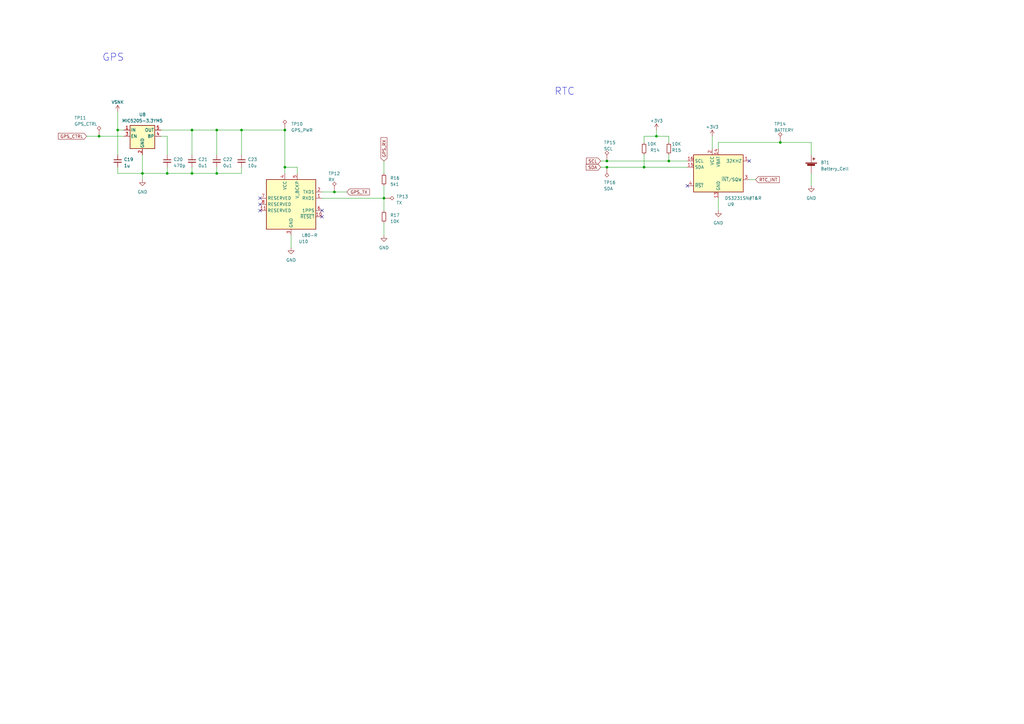
<source format=kicad_sch>
(kicad_sch (version 20210406) (generator eeschema)
  (paper "A3")
  (title_block (title "Data In") (rev "1.1") (company "Nick Lekas"))
  (lib_symbols
    (symbol "Connector:TestPoint_Alt" (pin_numbers hide) (pin_names (offset 0.762) hide)
      (property "Reference" "TP" (at 0 6.858 0))
      (property "Value" "TestPoint_Alt" (at 0 5.08 0))
      (symbol "TestPoint_Alt_0_1"
        (polyline (pts (xy 0 2.54) (xy -0.762 3.302) (xy 0 4.064) (xy 0.762 3.302) (xy 0 2.54)))
      )
      (symbol "TestPoint_Alt_1_1"
        (pin passive line (at 0 0 90) (length 2.54) (name "1") (number "1"))
      )
    )
    (symbol "Device:Battery_Cell" (pin_numbers hide) (pin_names (offset 0) hide)
      (property "Reference" "BT" (at 2.54 2.54 0))
      (property "Value" "Battery_Cell" (at 2.54 0 0))
      (symbol "Battery_Cell_0_1"
        (rectangle (start -2.286 1.778) (end 2.286 1.524) (fill (type outline)))
        (rectangle (start -1.5748 1.1938) (end 1.4732 0.6858) (fill (type outline)))
        (polyline (pts (xy 0 0.762) (xy 0 0)))
        (polyline (pts (xy 0 1.778) (xy 0 2.54)))
        (polyline (pts (xy 0.508 3.429) (xy 1.524 3.429)) (stroke (width 0.254)))
        (polyline (pts (xy 1.016 3.937) (xy 1.016 2.921)) (stroke (width 0.254)))
      )
      (symbol "Battery_Cell_1_1"
        (pin passive line (at 0 5.08 270) (length 2.54) (name "+") (number "1"))
        (pin passive line (at 0 -2.54 90) (length 2.54) (name "-") (number "2"))
      )
    )
    (symbol "Device:C_Small" (pin_numbers hide) (pin_names (offset 0.254) hide)
      (property "Reference" "C" (at 0.254 1.778 0))
      (property "Value" "C_Small" (at 0.254 -2.032 0))
      (symbol "C_Small_0_1"
        (polyline (pts (xy -1.524 -0.508) (xy 1.524 -0.508)) (stroke (width 0.3302)))
        (polyline (pts (xy -1.524 0.508) (xy 1.524 0.508)) (stroke (width 0.3048)))
      )
      (symbol "C_Small_1_1"
        (pin passive line (at 0 2.54 270) (length 2.032) (name "~") (number "1"))
        (pin passive line (at 0 -2.54 90) (length 2.032) (name "~") (number "2"))
      )
    )
    (symbol "Device:R_Small" (pin_numbers hide) (pin_names (offset 0.254) hide)
      (property "Reference" "R" (at 0.762 0.508 0))
      (property "Value" "R_Small" (at 0.762 -1.016 0))
      (symbol "R_Small_0_1"
        (rectangle (start -0.762 1.778) (end 0.762 -1.778) (stroke (width 0.2032)))
      )
      (symbol "R_Small_1_1"
        (pin passive line (at 0 2.54 270) (length 0.762) (name "~") (number "1"))
        (pin passive line (at 0 -2.54 90) (length 0.762) (name "~") (number "2"))
      )
    )
    (symbol "RF_GPS:L80-R"
      (property "Reference" "U" (at -10.16 11.43 0))
      (property "Value" "L80-R" (at 10.16 11.43 0))
      (symbol "L80-R_0_1"
        (rectangle (start -10.16 10.16) (end 10.16 -10.16) (stroke (width 0.254)) (fill (type background)))
      )
      (symbol "L80-R_1_1"
        (pin input line (at 12.7 2.54 180) (length 2.54) (name "RXD1") (number "1"))
        (pin input line (at 12.7 -5.08 180) (length 2.54) (name "~RESET") (number "10"))
        (pin passive line (at -12.7 -2.54 0) (length 2.54) (name "RESERVED") (number "11"))
        (pin passive line (at 0 -12.7 90) (length 2.54) hide (name "GND") (number "12"))
        (pin output line (at 12.7 5.08 180) (length 2.54) (name "TXD1") (number "2"))
        (pin power_in line (at 0 -12.7 90) (length 2.54) (name "GND") (number "3"))
        (pin power_in line (at -2.54 12.7 270) (length 2.54) (name "VCC") (number "4"))
        (pin power_in line (at 2.54 12.7 270) (length 2.54) (name "V_BCKP") (number "5"))
        (pin output line (at 12.7 -2.54 180) (length 2.54) (name "1PPS") (number "6"))
        (pin passive line (at -12.7 2.54 0) (length 2.54) (name "RESERVED") (number "7"))
        (pin passive line (at -12.7 0 0) (length 2.54) (name "RESERVED") (number "8"))
        (pin no_connect line (at 10.16 0 180) (length 2.54) hide (name "NC") (number "9"))
      )
    )
    (symbol "Regulator_Linear:MIC5205-3.3YM5" (pin_names (offset 0.254))
      (property "Reference" "U" (at -3.81 5.715 0))
      (property "Value" "MIC5205-3.3YM5" (at 0 5.715 0))
      (symbol "MIC5205-3.3YM5_0_1"
        (rectangle (start -5.08 4.445) (end 5.08 -5.08) (stroke (width 0.254)) (fill (type background)))
      )
      (symbol "MIC5205-3.3YM5_1_1"
        (pin power_in line (at -7.62 2.54 0) (length 2.54) (name "IN") (number "1"))
        (pin power_in line (at 0 -7.62 90) (length 2.54) (name "GND") (number "2"))
        (pin input line (at -7.62 0 0) (length 2.54) (name "EN") (number "3"))
        (pin input line (at 7.62 0 180) (length 2.54) (name "BP") (number "4"))
        (pin power_out line (at 7.62 2.54 180) (length 2.54) (name "OUT") (number "5"))
      )
    )
    (symbol "Timer_RTC:DS3231SN#T&R"
      (property "Reference" "U" (at -7.62 8.89 0))
      (property "Value" "DS3231SN#T&R" (at 10.16 8.89 0))
      (symbol "DS3231SN#T&R_0_1"
        (rectangle (start -10.16 7.62) (end 10.16 -7.62) (stroke (width 0.254)) (fill (type background)))
      )
      (symbol "DS3231SN#T&R_1_1"
        (pin open_collector line (at 12.7 5.08 180) (length 2.54) (name "32KHZ") (number "1"))
        (pin passive line (at 0 -10.16 90) (length 2.54) hide (name "GND") (number "10"))
        (pin passive line (at 0 -10.16 90) (length 2.54) hide (name "GND") (number "11"))
        (pin passive line (at 0 -10.16 90) (length 2.54) hide (name "GND") (number "12"))
        (pin power_in line (at 0 -10.16 90) (length 2.54) (name "GND") (number "13"))
        (pin power_in line (at 0 10.16 270) (length 2.54) (name "VBAT") (number "14"))
        (pin bidirectional line (at -12.7 2.54 0) (length 2.54) (name "SDA") (number "15"))
        (pin input line (at -12.7 5.08 0) (length 2.54) (name "SCL") (number "16"))
        (pin power_in line (at -2.54 10.16 270) (length 2.54) (name "VCC") (number "2"))
        (pin open_collector line (at 12.7 -2.54 180) (length 2.54) (name "~INT~/SQW") (number "3"))
        (pin bidirectional line (at -12.7 -5.08 0) (length 2.54) (name "~RST") (number "4"))
        (pin passive line (at 0 -10.16 90) (length 2.54) hide (name "GND") (number "5"))
        (pin passive line (at 0 -10.16 90) (length 2.54) hide (name "GND") (number "6"))
        (pin passive line (at 0 -10.16 90) (length 2.54) hide (name "GND") (number "7"))
        (pin passive line (at 0 -10.16 90) (length 2.54) hide (name "GND") (number "8"))
        (pin passive line (at 0 -10.16 90) (length 2.54) hide (name "GND") (number "9"))
      )
    )
    (symbol "power:+3V3" (power) (pin_names (offset 0))
      (property "Value" "+3V3" (at 0 3.556 0))
      (symbol "+3V3_0_1"
        (polyline (pts (xy -0.762 1.27) (xy 0 2.54)))
        (polyline (pts (xy 0 0) (xy 0 2.54)))
        (polyline (pts (xy 0 2.54) (xy 0.762 1.27)))
      )
      (symbol "+3V3_1_1"
        (pin power_in line (at 0 0 90) (length 0) hide (name "+3V3") (number "1"))
      )
    )
    (symbol "power:GND" (power) (pin_names (offset 0))
      (property "Value" "GND" (at 0 -3.81 0))
      (symbol "GND_0_1"
        (polyline (pts (xy 0 0) (xy 0 -1.27) (xy 1.27 -1.27) (xy 0 -2.54) (xy -1.27 -1.27) (xy 0 -1.27)))
      )
      (symbol "GND_1_1"
        (pin power_in line (at 0 0 270) (length 0) hide (name "GND") (number "1"))
      )
    )
    (symbol "power:VSNK" (power) (pin_names (offset 0))
      (property "Value" "VSNK" (at 0 3.556 0))
      (symbol "VSNK_0_1"
        (polyline (pts (xy -0.762 1.27) (xy 0 2.54)))
        (polyline (pts (xy 0 0) (xy 0 2.54)))
        (polyline (pts (xy 0 2.54) (xy 0.762 1.27)))
      )
      (symbol "VSNK_1_1"
        (pin power_in line (at 0 0 90) (length 0) hide (name "VSNK") (number "1"))
      )
    )
  )
  (junction (at 40.64 55.88) (diameter 0.9144))
  (junction (at 48.26 53.34) (diameter 0.9144))
  (junction (at 58.42 71.12) (diameter 0.9144))
  (junction (at 68.58 71.12) (diameter 0.9144))
  (junction (at 78.74 53.34) (diameter 0.9144))
  (junction (at 78.74 71.12) (diameter 0.9144))
  (junction (at 88.9 53.34) (diameter 0.9144))
  (junction (at 88.9 71.12) (diameter 0.9144))
  (junction (at 99.06 53.34) (diameter 0.9144))
  (junction (at 116.84 53.34) (diameter 0.9144))
  (junction (at 116.84 68.58) (diameter 0.9144))
  (junction (at 137.16 78.74) (diameter 0.9144))
  (junction (at 157.48 81.28) (diameter 0.9144))
  (junction (at 248.92 66.04) (diameter 0.9144))
  (junction (at 248.92 68.58) (diameter 0.9144))
  (junction (at 264.16 68.58) (diameter 0.9144))
  (junction (at 269.24 55.88) (diameter 0.9144))
  (junction (at 274.32 66.04) (diameter 0.9144))
  (junction (at 320.04 58.42) (diameter 0.9144))
  (no_connect (at 106.68 81.28))
  (no_connect (at 106.68 83.82))
  (no_connect (at 106.68 86.36))
  (no_connect (at 132.08 86.36))
  (no_connect (at 132.08 88.9))
  (no_connect (at 281.94 76.2))
  (no_connect (at 307.34 66.04))
  (wire (pts (xy 35.56 55.88) (xy 40.64 55.88)))
  (wire (pts (xy 40.64 55.88) (xy 50.8 55.88)))
  (wire (pts (xy 48.26 45.72) (xy 48.26 53.34)))
  (wire (pts (xy 48.26 53.34) (xy 48.26 63.5)))
  (wire (pts (xy 48.26 53.34) (xy 50.8 53.34)))
  (wire (pts (xy 48.26 68.58) (xy 48.26 71.12)))
  (wire (pts (xy 48.26 71.12) (xy 58.42 71.12)))
  (wire (pts (xy 58.42 63.5) (xy 58.42 71.12)))
  (wire (pts (xy 58.42 71.12) (xy 58.42 73.66)))
  (wire (pts (xy 58.42 71.12) (xy 68.58 71.12)))
  (wire (pts (xy 66.04 53.34) (xy 78.74 53.34)))
  (wire (pts (xy 68.58 55.88) (xy 66.04 55.88)))
  (wire (pts (xy 68.58 63.5) (xy 68.58 55.88)))
  (wire (pts (xy 68.58 68.58) (xy 68.58 71.12)))
  (wire (pts (xy 68.58 71.12) (xy 78.74 71.12)))
  (wire (pts (xy 78.74 53.34) (xy 78.74 63.5)))
  (wire (pts (xy 78.74 53.34) (xy 88.9 53.34)))
  (wire (pts (xy 78.74 68.58) (xy 78.74 71.12)))
  (wire (pts (xy 78.74 71.12) (xy 88.9 71.12)))
  (wire (pts (xy 88.9 53.34) (xy 88.9 63.5)))
  (wire (pts (xy 88.9 53.34) (xy 99.06 53.34)))
  (wire (pts (xy 88.9 68.58) (xy 88.9 71.12)))
  (wire (pts (xy 88.9 71.12) (xy 99.06 71.12)))
  (wire (pts (xy 99.06 53.34) (xy 99.06 63.5)))
  (wire (pts (xy 99.06 53.34) (xy 116.84 53.34)))
  (wire (pts (xy 99.06 68.58) (xy 99.06 71.12)))
  (wire (pts (xy 116.84 53.34) (xy 116.84 68.58)))
  (wire (pts (xy 116.84 68.58) (xy 116.84 71.12)))
  (wire (pts (xy 116.84 68.58) (xy 121.92 68.58)))
  (wire (pts (xy 119.38 96.52) (xy 119.38 101.6)))
  (wire (pts (xy 121.92 71.12) (xy 121.92 68.58)))
  (wire (pts (xy 132.08 78.74) (xy 137.16 78.74)))
  (wire (pts (xy 132.08 81.28) (xy 157.48 81.28)))
  (wire (pts (xy 137.16 78.74) (xy 142.24 78.74)))
  (wire (pts (xy 157.48 66.04) (xy 157.48 71.12)))
  (wire (pts (xy 157.48 76.2) (xy 157.48 81.28)))
  (wire (pts (xy 157.48 81.28) (xy 157.48 86.36)))
  (wire (pts (xy 157.48 91.44) (xy 157.48 96.52)))
  (wire (pts (xy 246.38 66.04) (xy 248.92 66.04)))
  (wire (pts (xy 246.38 68.58) (xy 248.92 68.58)))
  (wire (pts (xy 248.92 66.04) (xy 274.32 66.04)))
  (wire (pts (xy 248.92 68.58) (xy 264.16 68.58)))
  (wire (pts (xy 264.16 55.88) (xy 269.24 55.88)))
  (wire (pts (xy 264.16 58.42) (xy 264.16 55.88)))
  (wire (pts (xy 264.16 68.58) (xy 264.16 63.5)))
  (wire (pts (xy 264.16 68.58) (xy 281.94 68.58)))
  (wire (pts (xy 269.24 53.34) (xy 269.24 55.88)))
  (wire (pts (xy 269.24 55.88) (xy 274.32 55.88)))
  (wire (pts (xy 274.32 55.88) (xy 274.32 58.42)))
  (wire (pts (xy 274.32 66.04) (xy 274.32 63.5)))
  (wire (pts (xy 274.32 66.04) (xy 281.94 66.04)))
  (wire (pts (xy 292.1 55.88) (xy 292.1 60.96)))
  (wire (pts (xy 294.64 58.42) (xy 320.04 58.42)))
  (wire (pts (xy 294.64 60.96) (xy 294.64 58.42)))
  (wire (pts (xy 294.64 81.28) (xy 294.64 86.36)))
  (wire (pts (xy 307.34 73.66) (xy 309.88 73.66)))
  (wire (pts (xy 320.04 58.42) (xy 332.74 58.42)))
  (wire (pts (xy 332.74 58.42) (xy 332.74 63.5)))
  (wire (pts (xy 332.74 71.12) (xy 332.74 76.2)))
  (text "GPS" (at 41.91 25.4 0) (effects (font (size 3 3)) (justify left bottom)))
  (text "RTC" (at 227.33 39.37 0) (effects (font (size 3 3)) (justify left bottom)))
  (global_label "GPS_CTRL" (shape input) (at 35.56 55.88 180) (property "Intersheet References" "${INTERSHEET_REFS}" (effects hide)))
  (global_label "GPS_TX" (shape input) (at 142.24 78.74 0) (property "Intersheet References" "${INTERSHEET_REFS}" (effects hide)))
  (global_label "GPS_RX" (shape input) (at 157.48 66.04 90) (property "Intersheet References" "${INTERSHEET_REFS}" (effects hide)))
  (global_label "SCL" (shape input) (at 246.38 66.04 180) (property "Intersheet References" "${INTERSHEET_REFS}" (effects hide)))
  (global_label "SDA" (shape input) (at 246.38 68.58 180) (property "Intersheet References" "${INTERSHEET_REFS}" (effects hide)))
  (global_label "RTC_INT" (shape input) (at 309.88 73.66 0) (property "Intersheet References" "${INTERSHEET_REFS}" (effects hide)))
  (symbol (lib_id "power:VSNK") (at 48.26 45.72 0) (unit 1)
    (property "Reference" "#PWR042" (effects hide))
    (property "Value" "VSNK" (at 48.26 41.91 0))
  )
  (symbol (lib_id "power:+3V3") (at 269.24 53.34 0) (unit 1)
    (property "Reference" "#PWR043" (effects hide))
    (property "Value" "+3V3" (at 269.24 49.53 0))
  )
  (symbol (lib_id "power:+3V3") (at 292.1 55.88 0) (unit 1)
    (property "Reference" "#PWR044" (effects hide))
    (property "Value" "+3V3" (at 292.1 52.07 0))
  )
  (symbol (lib_id "Connector:TestPoint_Alt") (at 40.64 55.88 0) (unit 1)
    (property "Reference" "TP11" (at 30.48 48.3234 0) (effects (justify left)))
    (property "Value" "GPS_CTRL" (at 30.48 50.8634 0) (effects (justify left)))
    (property "Footprint" "TestPoint:TestPoint_THTPad_D2.0mm_Drill0.9mm" (effects hide))
  )
  (symbol (lib_id "Connector:TestPoint_Alt") (at 116.84 53.34 0) (unit 1)
    (property "Reference" "TP10" (at 119.38 50.8634 0) (effects (justify left)))
    (property "Value" "GPS_PWR" (at 119.38 53.4034 0) (effects (justify left)))
    (property "Footprint" "TestPoint:TestPoint_THTPad_D2.0mm_Drill0.9mm" (effects hide))
  )
  (symbol (lib_id "Connector:TestPoint_Alt") (at 137.16 78.74 0) (unit 1)
    (property "Reference" "TP12" (at 134.62 71.1834 0) (effects (justify left)))
    (property "Value" "RX" (at 134.62 73.7234 0) (effects (justify left)))
    (property "Footprint" "TestPoint:TestPoint_THTPad_D2.0mm_Drill0.9mm" (effects hide))
  )
  (symbol (lib_id "Connector:TestPoint_Alt") (at 157.48 81.28 270) (unit 1)
    (property "Reference" "TP13" (at 162.56 80.6449 90) (effects (justify left)))
    (property "Value" "TX" (at 162.56 83.1849 90) (effects (justify left)))
    (property "Footprint" "TestPoint:TestPoint_THTPad_D2.0mm_Drill0.9mm" (effects hide))
  )
  (symbol (lib_id "Connector:TestPoint_Alt") (at 248.92 66.04 0) (unit 1)
    (property "Reference" "TP15" (at 247.65 58.4834 0) (effects (justify left)))
    (property "Value" "SCL" (at 247.65 61.0234 0) (effects (justify left)))
    (property "Footprint" "TestPoint:TestPoint_THTPad_D2.0mm_Drill0.9mm" (effects hide))
  )
  (symbol (lib_id "Connector:TestPoint_Alt") (at 248.92 68.58 180) (unit 1)
    (property "Reference" "TP16" (at 247.65 74.8664 0) (effects (justify right)))
    (property "Value" "SDA" (at 247.65 77.4064 0) (effects (justify right)))
    (property "Footprint" "TestPoint:TestPoint_THTPad_D2.0mm_Drill0.9mm" (effects hide))
  )
  (symbol (lib_id "Connector:TestPoint_Alt") (at 320.04 58.42 0) (unit 1)
    (property "Reference" "TP14" (at 317.5 50.8634 0) (effects (justify left)))
    (property "Value" "BATTERY" (at 317.5 53.4034 0) (effects (justify left)))
    (property "Footprint" "TestPoint:TestPoint_THTPad_D2.0mm_Drill0.9mm" (effects hide))
  )
  (symbol (lib_id "power:GND") (at 58.42 73.66 0) (unit 1)
    (property "Reference" "#PWR045" (effects hide))
    (property "Value" "GND" (at 58.42 78.74 0))
  )
  (symbol (lib_id "power:GND") (at 119.38 101.6 0) (unit 1)
    (property "Reference" "#PWR049" (effects hide))
    (property "Value" "GND" (at 119.38 106.68 0))
  )
  (symbol (lib_id "power:GND") (at 157.48 96.52 0) (unit 1)
    (property "Reference" "#PWR047" (effects hide))
    (property "Value" "GND" (at 157.48 101.6 0))
  )
  (symbol (lib_id "power:GND") (at 294.64 86.36 0) (unit 1)
    (property "Reference" "#PWR048" (effects hide))
    (property "Value" "GND" (at 294.64 91.44 0))
  )
  (symbol (lib_id "power:GND") (at 332.74 76.2 0) (unit 1)
    (property "Reference" "#PWR046" (effects hide))
    (property "Value" "GND" (at 332.74 81.28 0))
  )
  (symbol (lib_id "Device:R_Small") (at 157.48 73.66 180) (unit 1)
    (property "Reference" "R16" (at 160.02 73.0249 0) (effects (justify right)))
    (property "Value" "5k1" (at 160.02 75.5649 0) (effects (justify right)))
    (property "Footprint" "Resistor_SMD:R_0603_1608Metric" (effects hide))
  )
  (symbol (lib_id "Device:R_Small") (at 157.48 88.9 180) (unit 1)
    (property "Reference" "R17" (at 160.02 88.2649 0) (effects (justify right)))
    (property "Value" "10K" (at 160.02 90.8049 0) (effects (justify right)))
    (property "Footprint" "Resistor_SMD:R_0603_1608Metric" (effects hide))
  )
  (symbol (lib_id "Device:R_Small") (at 264.16 60.96 0) (unit 1)
    (property "Reference" "R14" (at 266.7 61.5949 0) (effects (justify left)))
    (property "Value" "10K" (at 265.43 59.0549 0) (effects (justify left)))
    (property "Footprint" "Resistor_SMD:R_0603_1608Metric" (effects hide))
  )
  (symbol (lib_id "Device:R_Small") (at 274.32 60.96 0) (unit 1)
    (property "Reference" "R15" (at 279.4 61.5951 0) (effects (justify right)))
    (property "Value" "10K" (at 279.4 59.0551 0) (effects (justify right)))
    (property "Footprint" "Resistor_SMD:R_0603_1608Metric" (effects hide))
  )
  (symbol (lib_id "Device:C_Small") (at 48.26 66.04 0) (unit 1)
    (property "Reference" "C19" (at 50.8 65.4049 0) (effects (justify left)))
    (property "Value" "1u" (at 50.8 67.9449 0) (effects (justify left)))
    (property "Footprint" "Capacitor_SMD:C_0603_1608Metric" (effects hide))
  )
  (symbol (lib_id "Device:C_Small") (at 68.58 66.04 0) (unit 1)
    (property "Reference" "C20" (at 71.12 65.4049 0) (effects (justify left)))
    (property "Value" "470p" (at 71.12 67.9449 0) (effects (justify left)))
    (property "Footprint" "Capacitor_SMD:C_0603_1608Metric" (effects hide))
  )
  (symbol (lib_id "Device:C_Small") (at 78.74 66.04 0) (unit 1)
    (property "Reference" "C21" (at 81.28 65.4049 0) (effects (justify left)))
    (property "Value" "0u1" (at 81.28 67.9449 0) (effects (justify left)))
    (property "Footprint" "Capacitor_SMD:C_0603_1608Metric" (effects hide))
  )
  (symbol (lib_id "Device:C_Small") (at 88.9 66.04 0) (unit 1)
    (property "Reference" "C22" (at 91.44 65.4049 0) (effects (justify left)))
    (property "Value" "0u1" (at 91.44 67.9449 0) (effects (justify left)))
    (property "Footprint" "Capacitor_SMD:C_0603_1608Metric" (effects hide))
  )
  (symbol (lib_id "Device:C_Small") (at 99.06 66.04 0) (unit 1)
    (property "Reference" "C23" (at 101.6 65.4049 0) (effects (justify left)))
    (property "Value" "10u" (at 101.6 67.9449 0) (effects (justify left)))
    (property "Footprint" "Capacitor_SMD:C_0603_1608Metric" (effects hide))
  )
  (symbol (lib_id "Device:Battery_Cell") (at 332.74 68.58 0) (unit 1)
    (property "Reference" "BT1" (at 336.55 66.6749 0) (effects (justify left)))
    (property "Value" "Battery_Cell" (at 336.55 69.2149 0) (effects (justify left)))
    (property "Footprint" "Battery:BatteryHolder_LINX_BAT-HLD-012-SMT" (effects hide))
  )
  (symbol (lib_id "Regulator_Linear:MIC5205-3.3YM5") (at 58.42 55.88 0) (unit 1)
    (property "Reference" "U8" (at 58.42 46.99 0))
    (property "Value" "MIC5205-3.3YM5" (at 58.42 49.53 0))
    (property "Footprint" "Package_TO_SOT_SMD:SOT-23-5" (effects hide))
    (property "Datasheet" "http://ww1.microchip.com/downloads/en/DeviceDoc/20005785A.pdf" (effects hide))
  )
  (symbol (lib_id "Timer_RTC:DS3231SN#T&R") (at 294.64 71.12 0) (unit 1)
    (property "Reference" "U9" (at 299.72 83.82 0))
    (property "Value" "DS3231SN#T&R" (at 304.8 81.28 0))
    (property "Footprint" "Package_SO:SOIC-16W_7.5x10.3mm_P1.27mm" (effects hide))
    (property "Datasheet" "https://datasheets.maximintegrated.com/en/ds/DS3231-DS3231S.pdf" (effects hide))
  )
  (symbol (lib_id "RF_GPS:L80-R") (at 119.38 83.82 0) (unit 1)
    (property "Reference" "U10" (at 124.46 99.06 0))
    (property "Value" "L80-R" (at 127 96.52 0))
    (property "Footprint" "RF_GPS:Quectel_L80-R" (effects hide))
    (property "Datasheet" "https://www.quectel.com/UploadImage/Downlad/Quectel_L80-R_Hardware_Design_V1.2.pdf" (effects hide))
  )
)
</source>
